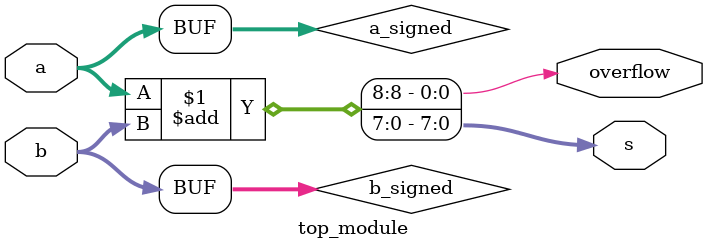
<source format=sv>
module top_module (
    input [7:0] a,
    input [7:0] b,
    output [7:0] s,
    output overflow
);
    reg signed [7:0] a_signed;
    reg signed [7:0] b_signed;
    reg signed [7:0] s_signed;
    
    assign {overflow, s} = a_signed + b_signed;
    
    always @(a, b) begin
        a_signed = a;
        b_signed = b;
    end

endmodule

</source>
